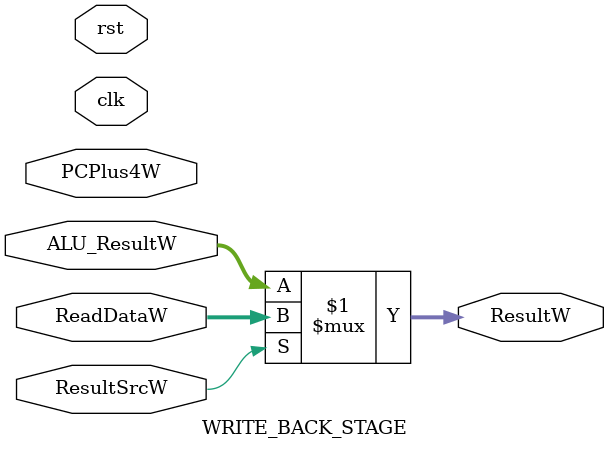
<source format=v>
module WRITE_BACK_STAGE(
    input clk, rst, ResultSrcW,
input [31:0] PCPlus4W, ALU_ResultW, ReadDataW,

output [31:0] ResultW
);
// Declaration of Module
assign ResultW=(ResultSrcW)?ReadDataW:ALU_ResultW;

endmodule

</source>
